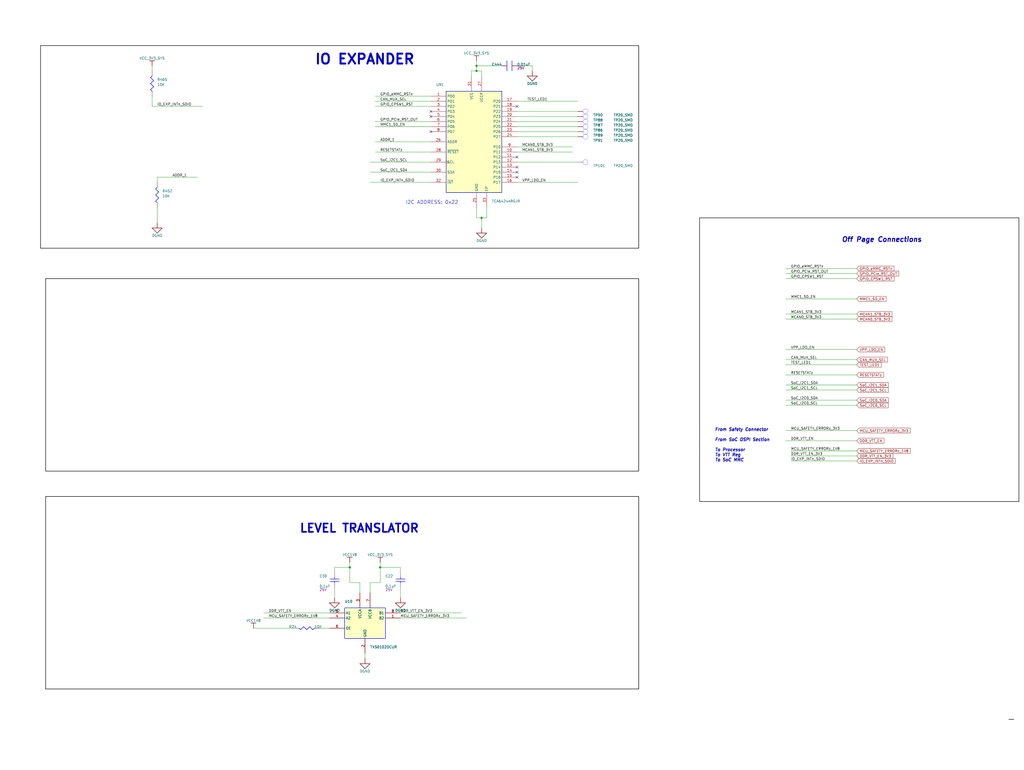
<source format=kicad_sch>
(kicad_sch (version 20231120) (generator "eeschema") (generator_version "8.0")
  (paper "User" 513.08 386.08)
  (lib_symbols
    (symbol "33-altium-import:DGND_SIGNAL_GROUND" (power)
      (property "Reference" "#PWR" (at 0 0 0))
      (property "Value" "DGND" (at 0 6.35 0))
      (symbol "DGND_SIGNAL_GROUND_0_0"
        (polyline (pts (xy 0 0) (xy 0 -2.54)) (stroke (width 0.254)))
        (polyline (pts (xy -2.54 -2.54) (xy 2.54 -2.54) (xy 0 -5.08) (xy -2.54 -2.54)) (stroke (width 0.254)))
        (pin power_in line (at 0 0 0) (length 0) hide (name "DGND") (number ""))
      )
    )
    (symbol "33-altium-import:VCC1V8_BAR" (power)
      (property "Reference" "#PWR" (at 0 0 0))
      (property "Value" "VCC1V8" (at 0 3.81 0))
      (symbol "VCC1V8_BAR_0_0"
        (polyline (pts (xy -1.27 -2.54) (xy 1.27 -2.54)) (stroke (width 0.254)))
        (polyline (pts (xy 0 0) (xy 0 -2.54)) (stroke (width 0.254)))
        (pin power_in line (at 0 0 0) (length 0) hide (name "VCC1V8") (number ""))
      )
    )
    (symbol "33-altium-import:VCC_3V3_SYS_BAR" (power)
      (property "Reference" "#PWR" (at 0 0 0))
      (property "Value" "VCC_3V3_SYS" (at 0 3.81 0))
      (symbol "VCC_3V3_SYS_BAR_0_0"
        (polyline (pts (xy -1.27 -2.54) (xy 1.27 -2.54)) (stroke (width 0.254)))
        (polyline (pts (xy 0 0) (xy 0 -2.54)) (stroke (width 0.254)))
        (pin power_in line (at 0 0 0) (length 0) hide (name "VCC_3V3_SYS") (number ""))
      )
    )
    (symbol "33-altium-import:root_0_TCA6424ARGJR_QFN32"
      (symbol "root_0_TCA6424ARGJR_QFN32_1_0"
        (rectangle (start 27.94 0) (end 0 -50.8) (stroke (width 0.254) (color 0 11 255 1)) (fill (type background)))
        (pin bidirectional line (at -7.62 -2.54 0) (length 7.62) (name "P00") (number "1"))
        (pin bidirectional line (at 35.56 -30.48 180) (length 7.62) (name "P11") (number "10"))
        (pin bidirectional line (at 35.56 -33.02 180) (length 7.62) (name "P12") (number "11"))
        (pin bidirectional line (at 35.56 -35.56 180) (length 7.62) (name "P13") (number "12"))
        (pin bidirectional line (at 35.56 -38.1 180) (length 7.62) (name "P14") (number "13"))
        (pin bidirectional line (at 35.56 -40.64 180) (length 7.62) (name "P15") (number "14"))
        (pin bidirectional line (at 35.56 -43.18 180) (length 7.62) (name "P16") (number "15"))
        (pin bidirectional line (at 35.56 -45.72 180) (length 7.62) (name "P17") (number "16"))
        (pin bidirectional line (at 35.56 -5.08 180) (length 7.62) (name "P20") (number "17"))
        (pin bidirectional line (at 35.56 -7.62 180) (length 7.62) (name "P21") (number "18"))
        (pin bidirectional line (at 35.56 -10.16 180) (length 7.62) (name "P22") (number "19"))
        (pin bidirectional line (at -7.62 -5.08 0) (length 7.62) (name "P01") (number "2"))
        (pin bidirectional line (at 35.56 -12.7 180) (length 7.62) (name "P23") (number "20"))
        (pin bidirectional line (at 35.56 -15.24 180) (length 7.62) (name "P24") (number "21"))
        (pin bidirectional line (at 35.56 -17.78 180) (length 7.62) (name "P25") (number "22"))
        (pin bidirectional line (at 35.56 -20.32 180) (length 7.62) (name "P26") (number "23"))
        (pin bidirectional line (at 35.56 -22.86 180) (length 7.62) (name "P27") (number "24"))
        (pin power_in line (at 15.24 -58.42 90) (length 7.62) (name "GND") (number "25"))
        (pin bidirectional line (at -7.62 -25.4 0) (length 7.62) (name "ADDR") (number "26"))
        (pin power_in line (at 17.78 7.62 270) (length 7.62) (name "VCCP") (number "27"))
        (pin input line (at -7.62 -30.48 0) (length 7.62) (name "~{RESET}") (number "28"))
        (pin input clock (at -7.62 -35.56 0) (length 7.62) (name "SCL") (number "29"))
        (pin bidirectional line (at -7.62 -7.62 0) (length 7.62) (name "P02") (number "3"))
        (pin bidirectional line (at -7.62 -40.64 0) (length 7.62) (name "SDA") (number "30"))
        (pin power_in line (at 12.7 7.62 270) (length 7.62) (name "VCC") (number "31"))
        (pin input line (at -7.62 -45.72 0) (length 7.62) (name "~{INT}") (number "32"))
        (pin power_in line (at 20.32 -58.42 90) (length 7.62) (name "EP") (number "33"))
        (pin bidirectional line (at -7.62 -10.16 0) (length 7.62) (name "P03") (number "4"))
        (pin bidirectional line (at -7.62 -12.7 0) (length 7.62) (name "P04") (number "5"))
        (pin bidirectional line (at -7.62 -15.24 0) (length 7.62) (name "P05") (number "6"))
        (pin bidirectional line (at -7.62 -17.78 0) (length 7.62) (name "P06") (number "7"))
        (pin bidirectional line (at -7.62 -20.32 0) (length 7.62) (name "P07") (number "8"))
        (pin bidirectional line (at 35.56 -27.94 180) (length 7.62) (name "P10") (number "9"))
      )
    )
    (symbol "33-altium-import:root_0_TXS0102DCUR_VSSOP8"
      (symbol "root_0_TXS0102DCUR_VSSOP8_1_0"
        (rectangle (start 20.32 0) (end 0 -15.24) (stroke (width 0.254) (color 0 11 255 1)) (fill (type background)))
        (pin bidirectional line (at 27.94 -5.08 180) (length 7.62) (name "B2") (number "1"))
        (pin power_in line (at 10.16 -22.86 90) (length 7.62) (name "GND") (number "2"))
        (pin power_in line (at 7.62 7.62 270) (length 7.62) (name "VCCA") (number "3"))
        (pin bidirectional line (at -7.62 -5.08 0) (length 7.62) (name "A2") (number "4"))
        (pin bidirectional line (at -7.62 -2.54 0) (length 7.62) (name "A1") (number "5"))
        (pin input line (at -7.62 -10.16 0) (length 7.62) (name "OE") (number "6"))
        (pin power_in line (at 12.7 7.62 270) (length 7.62) (name "VCCB") (number "7"))
        (pin bidirectional line (at 27.94 -2.54 180) (length 7.62) (name "B1") (number "8"))
      )
    )
    (symbol "33-altium-import:root_0_mirrored_TESTPOINT"
      (symbol "root_0_mirrored_TESTPOINT_1_0"
        (circle (center -1.27 -2.54) (radius 1.27) (stroke (width 0.0254) (color 0 11 255 1)))
        (pin passive line (at -5.08 -2.54 0) (length 2.54) (name "TP") (number "1"))
      )
    )
    (symbol "33-altium-import:root_2_CAP_Dup3"
      (symbol "root_2_CAP_Dup3_1_0"
        (polyline (pts (xy -2.54 0) (xy -2.54 0.508)) (stroke (width 0.254) (color 0 11 255 1)))
        (polyline (pts (xy -2.54 2.54) (xy -2.54 1.778)) (stroke (width 0.254) (color 0 11 255 1)))
        (polyline (pts (xy -0.254 0.508) (xy -4.826 0.508)) (stroke (width 0.254) (color 0 11 255 1)))
        (polyline (pts (xy -0.254 1.778) (xy -4.826 1.778)) (stroke (width 0.254) (color 0 11 255 1)))
        (pin passive line (at -2.54 -2.54 90) (length 2.54) (name "1") (number "1"))
        (pin passive line (at -2.54 5.08 270) (length 2.54) (name "2") (number "2"))
      )
    )
    (symbol "33-altium-import:root_2_RESISTOR_Dup6"
      (symbol "root_2_RESISTOR_Dup6_1_0"
        (polyline (pts (xy -3.302 0.762) (xy -1.778 2.286)) (stroke (width 0.254) (color 0 11 255 1)))
        (polyline (pts (xy -3.302 3.81) (xy -1.778 5.334)) (stroke (width 0.254) (color 0 11 255 1)))
        (polyline (pts (xy -3.302 6.858) (xy -2.54 7.62)) (stroke (width 0.254) (color 0 11 255 1)))
        (polyline (pts (xy -2.54 0) (xy -3.302 0.762)) (stroke (width 0.254) (color 0 11 255 1)))
        (polyline (pts (xy -1.778 2.286) (xy -3.302 3.81)) (stroke (width 0.254) (color 0 11 255 1)))
        (polyline (pts (xy -1.778 5.334) (xy -3.302 6.858)) (stroke (width 0.254) (color 0 11 255 1)))
        (pin passive line (at -2.54 -2.54 90) (length 2.54) (name "1") (number "1"))
        (pin passive line (at -2.54 10.16 270) (length 2.54) (name "2") (number "2"))
      )
    )
    (symbol "33-altium-import:root_3_CAP_Dup2"
      (symbol "root_3_CAP_Dup2_1_0"
        (polyline (pts (xy -2.54 0) (xy -2.54 -5.08)) (stroke (width 0.254) (color 0 11 255 1)))
        (polyline (pts (xy 0 0) (xy 0 -5.08)) (stroke (width 0.254) (color 0 11 255 1)))
        (pin passive line (at 2.54 -2.54 180) (length 2.54) (name "1") (number "1"))
        (pin passive line (at -5.08 -2.54 0) (length 2.54) (name "2") (number "2"))
      )
    )
    (symbol "33-altium-import:root_3_RESISTOR_Dup6"
      (symbol "root_3_RESISTOR_Dup6_1_0"
        (polyline (pts (xy -6.858 -3.302) (xy -7.62 -2.54)) (stroke (width 0.254) (color 0 11 255 1)))
        (polyline (pts (xy -5.334 -1.778) (xy -6.858 -3.302)) (stroke (width 0.254) (color 0 11 255 1)))
        (polyline (pts (xy -3.81 -3.302) (xy -5.334 -1.778)) (stroke (width 0.254) (color 0 11 255 1)))
        (polyline (pts (xy -2.286 -1.778) (xy -3.81 -3.302)) (stroke (width 0.254) (color 0 11 255 1)))
        (polyline (pts (xy -0.762 -3.302) (xy -2.286 -1.778)) (stroke (width 0.254) (color 0 11 255 1)))
        (polyline (pts (xy 0 -2.54) (xy -0.762 -3.302)) (stroke (width 0.254) (color 0 11 255 1)))
        (pin passive line (at 2.54 -2.54 180) (length 2.54) (name "1") (number "1"))
        (pin passive line (at -10.16 -2.54 0) (length 2.54) (name "2") (number "2"))
      )
    )
  )
  (junction (at 241.3 109.22))
  (junction (at 175.26 284.48))
  (junction (at 238.76 35.56))
  (junction (at 190.5 284.48))
  (junction (at 238.76 33.02))
  (no_connect (at 259.08 88.9))
  (no_connect (at 259.08 53.34))
  (no_connect (at 215.9 58.42))
  (no_connect (at 215.9 55.88))
  (no_connect (at 259.08 86.36))
  (no_connect (at 259.08 78.74))
  (no_connect (at 215.9 66.04))
  (no_connect (at 259.08 83.82))
  (wire (pts (xy 185.42 297.18) (xy 185.42 292.1)))
  (wire (pts (xy 78.74 88.9) (xy 99.06 88.9)))
  (wire (pts (xy 259.08 66.04) (xy 289.56 66.04)))
  (wire (pts (xy 429.26 139.7) (xy 393.7 139.7)))
  (wire (pts (xy 78.74 111.76) (xy 78.74 104.14)))
  (wire (pts (xy 236.22 38.1) (xy 236.22 35.56)))
  (wire (pts (xy 243.84 109.22) (xy 241.3 109.22)))
  (wire (pts (xy 101.6 53.34) (xy 76.2 53.34)))
  (wire (pts (xy 165.1 307.34) (xy 132.08 307.34)))
  (wire (pts (xy 190.5 292.1) (xy 190.5 284.48)))
  (wire (pts (xy 190.5 284.48) (xy 190.5 281.94)))
  (wire (pts (xy 182.88 330.2) (xy 182.88 327.66)))
  (wire (pts (xy 200.66 287.02) (xy 200.66 284.48)))
  (wire (pts (xy 429.26 228.6) (xy 396.24 228.6)))
  (wire (pts (xy 429.26 182.88) (xy 393.7 182.88)))
  (wire (pts (xy 429.26 160.02) (xy 393.7 160.02)))
  (wire (pts (xy 180.34 297.18) (xy 180.34 292.1)))
  (wire (pts (xy 241.3 109.22) (xy 238.76 109.22)))
  (wire (pts (xy 266.7 35.56) (xy 266.7 33.02)))
  (wire (pts (xy 259.08 58.42) (xy 289.56 58.42)))
  (wire (pts (xy 429.26 193.04) (xy 393.7 193.04)))
  (wire (pts (xy 429.26 149.86) (xy 393.7 149.86)))
  (wire (pts (xy 429.26 226.06) (xy 396.24 226.06)))
  (wire (pts (xy 167.64 299.72) (xy 167.64 294.64)))
  (wire (pts (xy 215.9 86.36) (xy 185.42 86.36)))
  (wire (pts (xy 429.26 134.62) (xy 393.7 134.62)))
  (wire (pts (xy 259.08 50.8) (xy 289.56 50.8)))
  (wire (pts (xy 165.1 314.96) (xy 160.02 314.96)))
  (wire (pts (xy 215.9 81.28) (xy 185.42 81.28)))
  (wire (pts (xy 429.26 157.48) (xy 393.7 157.48)))
  (wire (pts (xy 259.08 60.96) (xy 289.56 60.96)))
  (wire (pts (xy 251.46 33.02) (xy 238.76 33.02)))
  (wire (pts (xy 215.9 48.26) (xy 187.96 48.26)))
  (wire (pts (xy 180.34 292.1) (xy 175.26 292.1)))
  (wire (pts (xy 215.9 53.34) (xy 187.96 53.34)))
  (wire (pts (xy 429.26 175.26) (xy 393.7 175.26)))
  (wire (pts (xy 241.3 114.3) (xy 241.3 109.22)))
  (wire (pts (xy 200.66 299.72) (xy 200.66 294.64)))
  (wire (pts (xy 429.26 187.96) (xy 393.7 187.96)))
  (wire (pts (xy 429.26 231.14) (xy 396.24 231.14)))
  (wire (pts (xy 231.14 307.34) (xy 200.66 307.34)))
  (wire (pts (xy 215.9 91.44) (xy 185.42 91.44)))
  (wire (pts (xy 175.26 292.1) (xy 175.26 284.48)))
  (wire (pts (xy 429.26 215.9) (xy 393.7 215.9)))
  (wire (pts (xy 429.26 203.2) (xy 393.7 203.2)))
  (wire (pts (xy 147.32 314.96) (xy 127 314.96)))
  (wire (pts (xy 287.02 73.66) (xy 259.08 73.66)))
  (wire (pts (xy 259.08 55.88) (xy 289.56 55.88)))
  (wire (pts (xy 259.08 81.28) (xy 289.56 81.28)))
  (wire (pts (xy 429.26 220.98) (xy 393.7 220.98)))
  (wire (pts (xy 429.26 137.16) (xy 393.7 137.16)))
  (wire (pts (xy 429.26 200.66) (xy 393.7 200.66)))
  (wire (pts (xy 429.26 195.58) (xy 393.7 195.58)))
  (wire (pts (xy 233.68 309.88) (xy 200.66 309.88)))
  (wire (pts (xy 259.08 68.58) (xy 289.56 68.58)))
  (wire (pts (xy 215.9 50.8) (xy 187.96 50.8)))
  (wire (pts (xy 78.74 91.44) (xy 78.74 88.9)))
  (wire (pts (xy 165.1 309.88) (xy 132.08 309.88)))
  (wire (pts (xy 243.84 104.14) (xy 243.84 109.22)))
  (wire (pts (xy 175.26 284.48) (xy 175.26 281.94)))
  (wire (pts (xy 215.9 76.2) (xy 187.96 76.2)))
  (wire (pts (xy 76.2 53.34) (xy 76.2 48.26)))
  (wire (pts (xy 266.7 33.02) (xy 259.08 33.02)))
  (wire (pts (xy 215.9 71.12) (xy 187.96 71.12)))
  (wire (pts (xy 238.76 33.02) (xy 238.76 30.48)))
  (wire (pts (xy 238.76 35.56) (xy 238.76 33.02)))
  (wire (pts (xy 236.22 35.56) (xy 238.76 35.56)))
  (wire (pts (xy 241.3 35.56) (xy 241.3 38.1)))
  (wire (pts (xy 185.42 292.1) (xy 190.5 292.1)))
  (wire (pts (xy 287.02 76.2) (xy 259.08 76.2)))
  (wire (pts (xy 167.64 284.48) (xy 167.64 287.02)))
  (wire (pts (xy 289.56 91.44) (xy 259.08 91.44)))
  (wire (pts (xy 429.26 180.34) (xy 393.7 180.34)))
  (wire (pts (xy 187.96 60.96) (xy 215.9 60.96)))
  (wire (pts (xy 175.26 284.48) (xy 167.64 284.48)))
  (wire (pts (xy 76.2 35.56) (xy 76.2 33.02)))
  (wire (pts (xy 238.76 109.22) (xy 238.76 104.14)))
  (wire (pts (xy 215.9 63.5) (xy 187.96 63.5)))
  (wire (pts (xy 238.76 35.56) (xy 241.3 35.56)))
  (wire (pts (xy 200.66 284.48) (xy 190.5 284.48)))
  (wire (pts (xy 259.08 63.5) (xy 289.56 63.5)))
  (rectangle (start 320.04 248.92) (end 22.86 345.44) (stroke (width 0.254) (color 0 0 0 1)))
  (rectangle (start 320.04 139.7) (end 22.86 236.22) (stroke (width 0.254) (color 0 0 0 1)))
  (rectangle (start 320.04 22.86) (end 20.32 124.46) (stroke (width 0.254) (color 0 0 0 1)))
  (rectangle (start 510.54 109.22) (end 350.52 251.46) (stroke (width 0.254) (color 0 0 0 1)))
  (rectangle (start 508 360.68) (end 505.46 360.68) (stroke (width 0.254) (color 0 0 0 1)))
  (text "LEVEL TRANSLATOR" (at 149.86 267.462 0) (effects (font (size 4.191 4.191) (bold yes)) (justify left bottom)))
  (text "IO EXPANDER" (at 157.48 32.766 0) (effects (font (size 4.953 4.953) (bold yes)) (justify left bottom)))
  (text "From Safety Connector" (at 358.14 216.408 0) (effects (font (size 1.524 1.524) (bold yes) (italic yes)) (justify left bottom)))
  (text "From SoC OSPI Section" (at 358.14 221.488 0) (effects (font (size 1.524 1.524) (bold yes) (italic yes)) (justify left bottom)))
  (text "To SoC MMC" (at 358.14 231.648 0) (effects (font (size 1.524 1.524) (bold yes) (italic yes)) (justify left bottom)))
  (text "Off Page Connections" (at 421.64 121.666 0) (effects (font (size 2.413 2.413) (bold yes) (italic yes)) (justify left bottom)))
  (text "I2C ADDRESS: 0x22" (at 203.2 102.616 0) (effects (font (size 1.778 1.778)) (justify left bottom)))
  (text "To Processor" (at 358.14 226.568 0) (effects (font (size 1.524 1.524) (bold yes) (italic yes)) (justify left bottom)))
  (text "To VTT Reg" (at 358.14 229.108 0) (effects (font (size 1.524 1.524) (bold yes) (italic yes)) (justify left bottom)))
  (label "CAN_MUX_SEL" (at 190.5 50.8 0))
  (label "GPIO_eMMC_RSTn" (at 190.5 48.26 0))
  (label "SoC_I2C1_SDA" (at 396.24 193.04 0))
  (label "IO_EXP_INTn_SDIO" (at 190.5 91.44 0))
  (label "MMC1_SD_EN" (at 396.24 149.86 0))
  (label "DDR_VTT_EN" (at 134.62 307.34 0))
  (label "ADDR_1" (at 190.5 71.12 0))
  (label "MCU_SAFETY_ERRORz_1V8" (at 396.24 226.06 0))
  (label "RESETSTATz" (at 190.5 76.2 0))
  (label "MMC1_SD_EN" (at 190.5 63.5 0))
  (label "SoC_I2C0_SDA" (at 396.24 200.66 0))
  (label "MCU_SAFETY_ERRORz_1V8" (at 134.62 309.88 0))
  (label "TEST_LED1" (at 264.16 50.8 0))
  (label "MCU_SAFETY_ERRORz_3V3" (at 396.24 215.9 0))
  (label "MCAN0_STB_3V3" (at 261.62 73.66 0))
  (label "GPIO_eMMC_RSTn" (at 396.24 134.62 0))
  (label "MCU_SAFETY_ERRORz_3V3" (at 200.66 309.88 0))
  (label "MCAN0_STB_3V3" (at 396.24 160.02 0))
  (label "GPIO_PCIe_RST_OUT" (at 190.5 60.96 0))
  (label "DDR_VTT_EN_3V3" (at 396.24 228.6 0))
  (label "RESETSTATz" (at 396.24 187.96 0))
  (label "SoC_I2C1_SCL" (at 396.24 195.58 0))
  (label "IO_EXP_INTn_SDIO" (at 396.24 231.14 0))
  (label "TEST_LED1" (at 396.24 182.88 0))
  (label "ADDR_1" (at 86.36 88.9 0))
  (label "SoC_I2C0_SCL" (at 396.24 203.2 0))
  (label "MCAN1_STB_3V3" (at 261.62 76.2 0))
  (label "DDR_VTT_EN_3V3" (at 200.66 307.34 0))
  (label "CAN_MUX_SEL" (at 396.24 180.34 0))
  (label "DDR_VTT_EN" (at 396.24 220.98 0))
  (label "IO_EXP_INTn_SDIO" (at 78.74 53.34 0))
  (label "SoC_I2C1_SCL" (at 190.5 81.28 0))
  (label "MCAN1_STB_3V3" (at 396.24 157.48 0))
  (label "VPP_LDO_EN" (at 396.24 175.26 0))
  (label "SoC_I2C1_SDA" (at 190.5 86.36 0))
  (label "GPIO_PCIe_RST_OUT" (at 396.24 137.16 0))
  (label "GPIO_CPSW1_RST" (at 396.24 139.7 0))
  (label "VPP_LDO_EN" (at 261.62 91.44 0))
  (label "GPIO_CPSW1_RST" (at 190.5 53.34 0))
  (global_label "CAN_MUX_SEL" (shape input) (at 429.26 180.34 0) (property "Intersheetrefs" "${INTERSHEET_REFS}" (effects (hide yes))))
  (global_label "MCAN0_STB_3V3" (shape input) (at 429.26 160.02 0) (property "Intersheetrefs" "${INTERSHEET_REFS}" (effects (hide yes))))
  (global_label "GPIO_CPSW1_RST" (shape input) (at 429.26 139.7 0) (property "Intersheetrefs" "${INTERSHEET_REFS}" (effects (hide yes))))
  (global_label "RESETSTATz" (shape input) (at 429.26 187.96 0) (property "Intersheetrefs" "${INTERSHEET_REFS}" (effects (hide yes))))
  (global_label "SoC_I2C0_SCL" (shape input) (at 429.26 203.2 0) (property "Intersheetrefs" "${INTERSHEET_REFS}" (effects (hide yes))))
  (global_label "VPP_LDO_EN" (shape input) (at 429.26 175.26 0) (property "Intersheetrefs" "${INTERSHEET_REFS}" (effects (hide yes))))
  (global_label "GPIO_PCIe_RST_OUT" (shape input) (at 429.26 137.16 0) (property "Intersheetrefs" "${INTERSHEET_REFS}" (effects (hide yes))))
  (global_label "SoC_I2C1_SDA" (shape input) (at 429.26 193.04 0) (property "Intersheetrefs" "${INTERSHEET_REFS}" (effects (hide yes))))
  (global_label "MMC1_SD_EN" (shape input) (at 429.26 149.86 0) (property "Intersheetrefs" "${INTERSHEET_REFS}" (effects (hide yes))))
  (global_label "IO_EXP_INTn_SDIO" (shape input) (at 429.26 231.14 0) (property "Intersheetrefs" "${INTERSHEET_REFS}" (effects (hide yes))))
  (global_label "SoC_I2C1_SCL" (shape input) (at 429.26 195.58 0) (property "Intersheetrefs" "${INTERSHEET_REFS}" (effects (hide yes))))
  (global_label "MCAN1_STB_3V3" (shape input) (at 429.26 157.48 0) (property "Intersheetrefs" "${INTERSHEET_REFS}" (effects (hide yes))))
  (global_label "GPIO_eMMC_RSTn" (shape input) (at 429.26 134.62 0) (property "Intersheetrefs" "${INTERSHEET_REFS}" (effects (hide yes))))
  (global_label "TEST_LED1" (shape input) (at 429.26 182.88 0) (property "Intersheetrefs" "${INTERSHEET_REFS}" (effects (hide yes))))
  (global_label "SoC_I2C0_SDA" (shape input) (at 429.26 200.66 0) (property "Intersheetrefs" "${INTERSHEET_REFS}" (effects (hide yes))))
  (global_label "MCU_SAFETY_ERRORz_3V3" (shape input) (at 429.26 215.9 0) (property "Intersheetrefs" "${INTERSHEET_REFS}" (effects (hide yes))))
  (global_label "DDR_VTT_EN_3V3" (shape input) (at 429.26 228.6 0) (property "Intersheetrefs" "${INTERSHEET_REFS}" (effects (hide yes))))
  (global_label "DDR_VTT_EN" (shape input) (at 429.26 220.98 0) (property "Intersheetrefs" "${INTERSHEET_REFS}" (effects (hide yes))))
  (global_label "MCU_SAFETY_ERRORz_1V8" (shape input) (at 429.26 226.06 0) (property "Intersheetrefs" "${INTERSHEET_REFS}" (effects (hide yes))))
  (symbol (lib_id "33-altium-import:root_0_TXS0102DCUR_VSSOP8") (at 172.72 304.8 0) (unit 1)
    (property "Reference" "U10" (at 172.72 302.26 0) (effects (justify left bottom)))
    (property "Value" "TXS0102DCUR" (at 185.42 325.12 0) (effects (justify left bottom)))
    (property "Footprint" "VSSOP8_19-68_85X95_0-9" (effects (hide yes)))
    (property "Description" "IC 2BIT BI-DIR VOLTAGE-LEVEL TRANSLATOR US8(VSSOP8)" (effects (hide yes)))
    (property "PCB FOOTPRINT" "VSSOP8_19-68_85X95_0-9" (effects (hide yes)))
    (property "FOOTPRINT REF" "VSSOP8_19-68_85X95_0-9" (effects (hide yes)))
    (property "LIBRARY REF" "TXS0102DCUR_VSSOP8" (effects (hide yes)))
    (property "MISTRAL PART NO" "141009030376-R" (effects (hide yes)))
    (property "PROJECT" "SD_WATERLOO" (effects (hide yes)))
    (property "MFR_NAME" "TEXAS INSTRUMENTS" (effects (hide yes)))
    (property "MFR_PART_NUMBER" "TXS0102DCUR" (effects (hide yes)))
    (property "PART_TYPE" "IC~{S}INTERFAC~{E}LEVEL TRANSLATOR" (effects (hide yes)))
    (property "TOLERANCE" "NA" (effects (hide yes)))
    (property "VOLTAGE" "NA" (effects (hide yes)))
    (property "WATTAGE" "NA" (effects (hide yes)))
    (property "PACKAGE" "US8" (effects (hide yes)))
    (property "DISTRIBUTOR_NAME" "DIGIKEY" (effects (hide yes)))
    (property "DISTRIBUTOR_PART_NUMBER" "296-21931-1-ND" (effects (hide yes)))
    (property "HEIGHT" "0.90MM" (effects (hide yes)))
    (property "WEIGHT" "9.6mg" (effects (hide yes)))
    (property "TEMPERATURE" "-40癈+85癈" (effects (hide yes)))
    (property "DATASHEET" "Y~{:}MIS_DATABAS~{E}DATASHEET~{S}IC~{S}INTERFAC~{E}TXS0102.PDF" (effects (hide yes)))
    (property "CRTD /DATE" "SHREESHAIL/190108" (effects (hide yes)))
    (property "CHKD/DATE" "MANIRAJA/130617" (effects (hide yes)))
    (property "CUSTOMS_HS_CODE" "85423100" (effects (hide yes)))
    (property "CUSTOM_DUTY" "15%" (effects (hide yes)))
    (property "MECHANICAL 3D STEP FILE" "VSSOP8_19-68_85X95_0-9" (effects (hide yes)))
    (property "LIBRARY PATH" "Y~{:}MIS_DATABAS~{E}Librar~{y}ALTIUM_TOO~{L}SCHEMATICS_PART~{S}MS_MISCINTERFACE_Library.schlib" (effects (hide yes)))
    (property "FOOTPRINT PATH" "Y~{:}MIS_DATABAS~{E}Librar~{y}ALTIUM_TOO~{L}PCB_FOOTPRINT~{S}Altium_Footprint_Lib.PcbLib" (effects (hide yes)))
  )
  (symbol (lib_id "33-altium-import:VCC_3V3_SYS_BAR") (at 190.5 281.94 180) (unit 1)
    (property "Reference" "#PWR?" (effects (hide yes)))
    (property "Value" "VCC_3V3_SYS" (at 190.5 278.13 0))
  )
  (symbol (lib_id "33-altium-import:DGND_SIGNAL_GROUND") (at 167.64 299.72 0) (unit 1)
    (property "Reference" "#PWR?" (effects (hide yes)))
    (property "Value" "DGND" (at 167.64 306.07 0))
  )
  (symbol (lib_id "33-altium-import:root_2_CAP_Dup3") (at 170.18 292.1 0) (unit 1)
    (property "Reference" "C30" (at 160.02 289.56 0) (effects (justify left bottom)))
    (property "Value" "0.1uF" (at 160.02 294.64 0) (effects (justify left bottom)))
    (property "Footprint" "CAP0402_0-75" (effects (hide yes)))
    (property "Description" "CAP CERAMIC 0.1uF 25V 20% X5R 0402" (effects (hide yes)))
    (property "PCB FOOTPRINT" "CAP0402_0-75" (effects (hide yes)))
    (property "ALT_MFR_NAME" "YAGEO AMERICA" (effects (hide yes)))
    (property "FOOTPRINT PATH" "Y~{:}MIS_DATABAS~{E}Librar~{y}ALTIUM_TOO~{L}PCB_FOOTPRINT~{S}Altium_Footprint_Lib.PcbLib" (effects (hide yes)))
    (property "LIBRARY PATH" "Y~{:}MIS_DATABAS~{E}Librar~{y}ALTIUM_TOO~{L}SCHEMATICS_PART~{S}MS_DISCRETE_Library.schlib" (effects (hide yes)))
    (property "FOOTPRINT REF" "CAP0402_0-75" (effects (hide yes)))
    (property "LIBRARY REF" "CAP" (effects (hide yes)))
    (property "MECHANICAL 3D STEP FILE" "CAP0402_0-75" (effects (hide yes)))
    (property "CUSTOM_DUTY" "15%" (effects (hide yes)))
    (property "CUSTOMS_HS_CODE" "85322990" (effects (hide yes)))
    (property "CHKD/DATE" "MANIRAJA/170820" (effects (hide yes)))
    (property "CRTD /DATE" "ALVY/170820" (effects (hide yes)))
    (property "DATASHEET" "Y~{:}MIS_DATABAS~{E}DATASHEET~{S}CAPACITOR~{S}885012105018.PDF" (effects (hide yes)))
    (property "TEMPERATURE" "-55癈+85癈" (effects (hide yes)))
    (property "WEIGHT" "0.65mg" (effects (hide yes)))
    (property "HEIGHT" "0.55MM" (effects (hide yes)))
    (property "DISTRIBUTOR_PART_NUMBER" "732-7495-1-ND" (effects (hide yes)))
    (property "DISTRIBUTOR_NAME" "DIGIKEY" (effects (hide yes)))
    (property "PACKAGE" "0402" (effects (hide yes)))
    (property "WATTAGE" "NA" (effects (hide yes)))
    (property "VOLTAGE" "25V" (at 160.02 296.418 0) (effects (justify left bottom)))
    (property "TOLERANCE" "20%" (effects (hide yes)))
    (property "PART_TYPE" "CAPACITOR~{S}CERAMIC" (effects (hide yes)))
    (property "MFR_PART_NUMBER" "885012105018" (effects (hide yes)))
    (property "MFR_NAME" "WURTH ELECTRONICS" (effects (hide yes)))
    (property "PROJECT" "AM64x_EVM_BRD" (effects (hide yes)))
    (property "MISTRAL PART NO" "120020080003-R" (effects (hide yes)))
    (property "ALT_MFR_PART_NUMBER" "CC0402KRX5R8BB104" (effects (hide yes)))
  )
  (symbol (lib_id "33-altium-import:DGND_SIGNAL_GROUND") (at 241.3 114.3 0) (unit 1)
    (property "Reference" "#PWR?" (effects (hide yes)))
    (property "Value" "DGND" (at 241.3 120.65 0))
  )
  (symbol (lib_id "33-altium-import:root_2_RESISTOR_Dup6") (at 78.74 45.72 0) (unit 1)
    (property "Reference" "R465" (at 78.74 40.64 0) (effects (justify left bottom)))
    (property "Value" "10K" (at 78.74 43.18 0) (effects (justify left bottom)))
    (property "Footprint" "RES0402_0-5" (effects (hide yes)))
    (property "Description" "RES 10K 1/16W 5% 0402" (effects (hide yes)))
    (property "PCB FOOTPRINT" "RES0402_0-5" (effects (hide yes)))
    (property "FOOTPRINT PATH" "Y~{:}MIS_DATABAS~{E}Librar~{y}ALTIUM_TOO~{L}PCB_FOOTPRINT~{S}Altium_Footprint_Lib.PcbLib" (effects (hide yes)))
    (property "LIBRARY PATH" "Y~{:}MIS_DATABAS~{E}Librar~{y}ALTIUM_TOO~{L}SCHEMATICS_PART~{S}MS_DISCRETE_Library.schlib" (effects (hide yes)))
    (property "FOOTPRINT REF" "RES0402_0-5" (effects (hide yes)))
    (property "LIBRARY REF" "RESISTOR" (effects (hide yes)))
    (property "MISTRAL PART NO" "110011060021-R" (effects (hide yes)))
    (property "PROJECT" "HSE" (effects (hide yes)))
    (property "MFR_NAME" "YAGEO AMERICA" (effects (hide yes)))
    (property "MFR_PART_NUMBER" "RC0402JR-0710KL" (effects (hide yes)))
    (property "PART_TYPE" "RESISTOR~{S}FIXED" (effects (hide yes)))
    (property "TOLERANCE" "5%" (effects (hide yes)))
    (property "VOLTAGE" "NA" (effects (hide yes)))
    (property "WATTAGE" "1/16W" (effects (hide yes)))
    (property "PACKAGE" "0402" (effects (hide yes)))
    (property "DISTRIBUTOR_NAME" "DIGIKEY" (effects (hide yes)))
    (property "DISTRIBUTOR_PART_NUMBER" "311-10KJRCT-ND" (effects (hide yes)))
    (property "HEIGHT" "0.40MM" (effects (hide yes)))
    (property "WEIGHT" "0.65mg" (effects (hide yes)))
    (property "TEMPERATURE" "-55癈+155癈" (effects (hide yes)))
    (property "DATASHEET" "Y~{:}MIS_DATABAS~{E}DATASHEET~{S}RESISTOR~{S}RCXXXXL-SER_MAR18.PDF" (effects (hide yes)))
    (property "CRTD /DATE" "MAZHAR/230805" (effects (hide yes)))
    (property "CHKD/DATE" "VASANTHA/061216" (effects (hide yes)))
    (property "CUSTOMS_HS_CODE" "85332119" (effects (hide yes)))
    (property "CUSTOM_DUTY" "15%" (effects (hide yes)))
    (property "MECHANICAL 3D STEP FILE" "RES0402_0-5" (effects (hide yes)))
  )
  (symbol (lib_id "33-altium-import:DGND_SIGNAL_GROUND") (at 266.7 35.56 0) (unit 1)
    (property "Reference" "#PWR?" (effects (hide yes)))
    (property "Value" "DGND" (at 266.7 41.91 0))
  )
  (symbol (lib_id "33-altium-import:DGND_SIGNAL_GROUND") (at 182.88 330.2 0) (unit 1)
    (property "Reference" "#PWR?" (effects (hide yes)))
    (property "Value" "DGND" (at 182.88 336.55 0))
  )
  (symbol (lib_id "33-altium-import:VCC_3V3_SYS_BAR") (at 238.76 30.48 180) (unit 1)
    (property "Reference" "#PWR?" (effects (hide yes)))
    (property "Value" "VCC_3V3_SYS" (at 238.76 26.67 0))
  )
  (symbol (lib_id "33-altium-import:root_0_mirrored_TESTPOINT") (at 294.64 53.34 0) (unit 1)
    (property "Reference" "TP90" (at 297.18 58.42 0) (effects (justify left bottom)))
    (property "Value" "TP20_SMD" (at 307.34 58.42 0) (effects (justify left bottom)))
    (property "Footprint" "TP20_SMD" (effects (hide yes)))
    (property "Description" "TESTPOINT CIR 20 SMD" (effects (hide yes)))
    (property "CUSTOM_DUTY" "NA" (effects (hide yes)))
    (property "CUSTOMS_HS_CODE" "NA" (effects (hide yes)))
    (property "PCB FOOTPRINT" "TP20_SMD" (effects (hide yes)))
    (property "ROHS" "NA" (effects (hide yes)))
    (property "FOOTPRINT REF" "TP20_SMD" (effects (hide yes)))
    (property "LIBRARY REF" "TESTPOINT" (effects (hide yes)))
    (property "FOOTPRINT PATH" "Y~{:}MIS_DATABAS~{E}Librar~{y}ALTIUM_TOO~{L}PCB_FOOTPRINT~{S}Altium_Footprint_Lib.PcbLib" (effects (hide yes)))
    (property "LIBRARY PATH" "Y~{:}MIS_DATABAS~{E}Librar~{y}ALTIUM_TOO~{L}SCHEMATICS_PART~{S}MS_DISCRETE_Library.schlib" (effects (hide yes)))
    (property "MECHANICAL 3D STEP FILE" "NA" (effects (hide yes)))
    (property "DATASHEET" "NA" (effects (hide yes)))
    (property "TEMPERATURE" "NA" (effects (hide yes)))
    (property "WEIGHT" "NA" (effects (hide yes)))
    (property "WATTAGE" "NA" (effects (hide yes)))
    (property "VOLTAGE" "NA" (effects (hide yes)))
    (property "TOLERANCE" "NA" (effects (hide yes)))
    (property "CHKD/DATE" "SHREESHAIL/171006" (effects (hide yes)))
    (property "CRTD /DATE" "MAZHAR/171006" (effects (hide yes)))
    (property "HEIGHT" "NA" (effects (hide yes)))
    (property "DISTRIBUTOR_PART_NUMBER" "NA" (effects (hide yes)))
    (property "DISTRIBUTOR_NAME" "NA" (effects (hide yes)))
    (property "PACKAGE" "SMD" (effects (hide yes)))
    (property "PART_TYPE" "TESTPOINT" (effects (hide yes)))
    (property "MFR_PART_NUMBER" "TP20_SMD" (effects (hide yes)))
    (property "MFR_NAME" "LOCAL" (effects (hide yes)))
    (property "PROJECT" "BT MODULE_CSRBC04" (effects (hide yes)))
    (property "MISTRAL PART NO" "NA" (effects (hide yes)))
  )
  (symbol (lib_id "33-altium-import:root_0_mirrored_TESTPOINT") (at 294.64 78.74 0) (unit 1)
    (property "Reference" "TP101" (at 297.18 83.82 0) (effects (justify left bottom)))
    (property "Value" "TP20_SMD" (at 307.34 83.82 0) (effects (justify left bottom)))
    (property "Footprint" "TP20_SMD" (effects (hide yes)))
    (property "Description" "TESTPOINT CIR 20 SMD" (effects (hide yes)))
    (property "MISTRAL PART NO" "NA" (effects (hide yes)))
    (property "PROJECT" "BT MODULE_CSRBC04" (effects (hide yes)))
    (property "MFR_NAME" "LOCAL" (effects (hide yes)))
    (property "MFR_PART_NUMBER" "TP20_SMD" (effects (hide yes)))
    (property "PART_TYPE" "TESTPOINT" (effects (hide yes)))
    (property "PACKAGE" "SMD" (effects (hide yes)))
    (property "DISTRIBUTOR_NAME" "NA" (effects (hide yes)))
    (property "DISTRIBUTOR_PART_NUMBER" "NA" (effects (hide yes)))
    (property "HEIGHT" "NA" (effects (hide yes)))
    (property "CRTD /DATE" "MAZHAR/171006" (effects (hide yes)))
    (property "CHKD/DATE" "SHREESHAIL/171006" (effects (hide yes)))
    (property "TOLERANCE" "NA" (effects (hide yes)))
    (property "VOLTAGE" "NA" (effects (hide yes)))
    (property "WATTAGE" "NA" (effects (hide yes)))
    (property "WEIGHT" "NA" (effects (hide yes)))
    (property "TEMPERATURE" "NA" (effects (hide yes)))
    (property "DATASHEET" "NA" (effects (hide yes)))
    (property "MECHANICAL 3D STEP FILE" "NA" (effects (hide yes)))
    (property "LIBRARY PATH" "Y~{:}MIS_DATABAS~{E}Librar~{y}ALTIUM_TOO~{L}SCHEMATICS_PART~{S}MS_DISCRETE_Library.schlib" (effects (hide yes)))
    (property "FOOTPRINT PATH" "Y~{:}MIS_DATABAS~{E}Librar~{y}ALTIUM_TOO~{L}PCB_FOOTPRINT~{S}Altium_Footprint_Lib.PcbLib" (effects (hide yes)))
    (property "LIBRARY REF" "TESTPOINT" (effects (hide yes)))
    (property "FOOTPRINT REF" "TP20_SMD" (effects (hide yes)))
    (property "ROHS" "NA" (effects (hide yes)))
    (property "CUSTOMS_HS_CODE" "NA" (effects (hide yes)))
    (property "CUSTOM_DUTY" "NA" (effects (hide yes)))
    (property "PCB FOOTPRINT" "TP20_SMD" (effects (hide yes)))
  )
  (symbol (lib_id "33-altium-import:root_3_CAP_Dup2") (at 256.54 30.48 0) (unit 1)
    (property "Reference" "C444" (at 246.38 33.02 0) (effects (justify left bottom)))
    (property "Value" "0.01uF" (at 259.08 33.02 0) (effects (justify left bottom)))
    (property "Footprint" "CAP0402N" (effects (hide yes)))
    (property "Description" "CAP CERAMIC 0.01uF 25V 10% X7R 0402" (effects (hide yes)))
    (property "PCB FOOTPRINT" "CAP0402_0-75" (effects (hide yes)))
    (property "FOOTPRINT PATH" "Y~{:}MIS_DATABAS~{E}Librar~{y}ALTIUM_TOO~{L}PCB_FOOTPRINT~{S}Altium_Footprint_Lib.PcbLib" (effects (hide yes)))
    (property "LIBRARY PATH" "Y~{:}MIS_DATABAS~{E}Librar~{y}ALTIUM_TOO~{L}SCHEMATICS_PART~{S}MS_DISCRETE_Library.schlib" (effects (hide yes)))
    (property "FOOTPRINT REF" "CAP0402_0-75" (effects (hide yes)))
    (property "MECHANICAL 3D STEP FILE" "CAP0402_0-75" (effects (hide yes)))
    (property "TEMPERATURE" "-55癈+125癈" (effects (hide yes)))
    (property "WEIGHT" "0.65mg" (effects (hide yes)))
    (property "WATTAGE" "NA" (effects (hide yes)))
    (property "CUSTOM_DUTY" "15%" (effects (hide yes)))
    (property "CUSTOMS_HS_CODE" "85322990" (effects (hide yes)))
    (property "CHKD/DATE" "MANIRAJA/170820" (effects (hide yes)))
    (property "CRTD /DATE" "ALVY/170820" (effects (hide yes)))
    (property "DATASHEET" "Y~{:}MIS_DATABAS~{E}DATASHEET~{S}CAPACITOR~{S}885012205050.PDF" (effects (hide yes)))
    (property "HEIGHT" "0.55MM" (effects (hide yes)))
    (property "DISTRIBUTOR_PART_NUMBER" "732-7545-1-ND" (effects (hide yes)))
    (property "DISTRIBUTOR_NAME" "DIGIKEY" (effects (hide yes)))
    (property "PACKAGE" "0402" (effects (hide yes)))
    (property "VOLTAGE" "25V" (at 259.08 34.798 0) (effects (justify left bottom)))
    (property "TOLERANCE" "10%" (effects (hide yes)))
    (property "PART_TYPE" "CAPACITOR~{S}CERAMIC" (effects (hide yes)))
    (property "MFR_PART_NUMBER" "885012205050" (effects (hide yes)))
    (property "MFR_NAME" "WURTH ELECTRONICS" (effects (hide yes)))
    (property "PROJECT" "AM64x_EVM_BRD" (effects (hide yes)))
    (property "MISTRAL PART NO" "120011090040-R" (effects (hide yes)))
    (property "LIBRARY REF" "CAP" (effects (hide yes)))
  )
  (symbol (lib_id "33-altium-import:root_0_mirrored_TESTPOINT") (at 294.64 63.5 0) (unit 1)
    (property "Reference" "TP89" (at 297.18 68.58 0) (effects (justify left bottom)))
    (property "Value" "TP20_SMD" (at 307.34 68.58 0) (effects (justify left bottom)))
    (property "Footprint" "TP20_SMD" (effects (hide yes)))
    (property "Description" "TESTPOINT CIR 20 SMD" (effects (hide yes)))
    (property "CUSTOM_DUTY" "NA" (effects (hide yes)))
    (property "CUSTOMS_HS_CODE" "NA" (effects (hide yes)))
    (property "PCB FOOTPRINT" "TP20_SMD" (effects (hide yes)))
    (property "ROHS" "NA" (effects (hide yes)))
    (property "FOOTPRINT REF" "TP20_SMD" (effects (hide yes)))
    (property "LIBRARY REF" "TESTPOINT" (effects (hide yes)))
    (property "FOOTPRINT PATH" "Y~{:}MIS_DATABAS~{E}Librar~{y}ALTIUM_TOO~{L}PCB_FOOTPRINT~{S}Altium_Footprint_Lib.PcbLib" (effects (hide yes)))
    (property "LIBRARY PATH" "Y~{:}MIS_DATABAS~{E}Librar~{y}ALTIUM_TOO~{L}SCHEMATICS_PART~{S}MS_DISCRETE_Library.schlib" (effects (hide yes)))
    (property "MECHANICAL 3D STEP FILE" "NA" (effects (hide yes)))
    (property "DATASHEET" "NA" (effects (hide yes)))
    (property "TEMPERATURE" "NA" (effects (hide yes)))
    (property "WEIGHT" "NA" (effects (hide yes)))
    (property "WATTAGE" "NA" (effects (hide yes)))
    (property "VOLTAGE" "NA" (effects (hide yes)))
    (property "TOLERANCE" "NA" (effects (hide yes)))
    (property "CHKD/DATE" "SHREESHAIL/171006" (effects (hide yes)))
    (property "CRTD /DATE" "MAZHAR/171006" (effects (hide yes)))
    (property "HEIGHT" "NA" (effects (hide yes)))
    (property "DISTRIBUTOR_PART_NUMBER" "NA" (effects (hide yes)))
    (property "DISTRIBUTOR_NAME" "NA" (effects (hide yes)))
    (property "PACKAGE" "SMD" (effects (hide yes)))
    (property "PART_TYPE" "TESTPOINT" (effects (hide yes)))
    (property "MFR_PART_NUMBER" "TP20_SMD" (effects (hide yes)))
    (property "MFR_NAME" "LOCAL" (effects (hide yes)))
    (property "PROJECT" "BT MODULE_CSRBC04" (effects (hide yes)))
    (property "MISTRAL PART NO" "NA" (effects (hide yes)))
  )
  (symbol (lib_id "33-altium-import:DGND_SIGNAL_GROUND") (at 200.66 299.72 0) (unit 1)
    (property "Reference" "#PWR?" (effects (hide yes)))
    (property "Value" "DGND" (at 200.66 306.07 0))
  )
  (symbol (lib_id "33-altium-import:root_3_RESISTOR_Dup6") (at 157.48 312.42 0) (unit 1)
    (property "Reference" "R24" (at 144.78 314.96 0) (effects (justify left bottom)))
    (property "Value" "10K" (at 157.48 314.96 0) (effects (justify left bottom)))
    (property "Footprint" "RES0402_0-5" (effects (hide yes)))
    (property "Description" "RES 10K 1/16W 5% 0402" (effects (hide yes)))
    (property "FOOTPRINT PATH" "Y~{:}MIS_DATABAS~{E}Librar~{y}ALTIUM_TOO~{L}PCB_FOOTPRINT~{S}Altium_Footprint_Lib.PcbLib" (effects (hide yes)))
    (property "LIBRARY PATH" "Y~{:}MIS_DATABAS~{E}Librar~{y}ALTIUM_TOO~{L}SCHEMATICS_PART~{S}MS_DISCRETE_Library.schlib" (effects (hide yes)))
    (property "FOOTPRINT REF" "RES0402_0-5" (effects (hide yes)))
    (property "LIBRARY REF" "RESISTOR" (effects (hide yes)))
    (property "MECHANICAL 3D STEP FILE" "RES0402_0-5" (effects (hide yes)))
    (property "CUSTOM_DUTY" "15%" (effects (hide yes)))
    (property "CUSTOMS_HS_CODE" "85332119" (effects (hide yes)))
    (property "CHKD/DATE" "VASANTHA/061216" (effects (hide yes)))
    (property "CRTD /DATE" "MAZHAR/230805" (effects (hide yes)))
    (property "DATASHEET" "Y~{:}MIS_DATABAS~{E}DATASHEET~{S}RESISTOR~{S}RCXXXXL-SER_MAR18.PDF" (effects (hide yes)))
    (property "TEMPERATURE" "-55癈+155癈" (effects (hide yes)))
    (property "WEIGHT" "0.65mg" (effects (hide yes)))
    (property "HEIGHT" "0.40MM" (effects (hide yes)))
    (property "DISTRIBUTOR_PART_NUMBER" "311-10KJRCT-ND" (effects (hide yes)))
    (property "DISTRIBUTOR_NAME" "DIGIKEY" (effects (hide yes)))
    (property "PACKAGE" "0402" (effects (hide yes)))
    (property "WATTAGE" "1/16W" (effects (hide yes)))
    (property "VOLTAGE" "NA" (effects (hide yes)))
    (property "TOLERANCE" "5%" (effects (hide yes)))
    (property "PART_TYPE" "RESISTOR~{S}FIXED" (effects (hide yes)))
    (property "MFR_PART_NUMBER" "RC0402JR-0710KL" (effects (hide yes)))
    (property "MFR_NAME" "YAGEO AMERICA" (effects (hide yes)))
    (property "PROJECT" "HSE" (effects (hide yes)))
    (property "MISTRAL PART NO" "110011060021-R" (effects (hide yes)))
    (property "PCB FOOTPRINT" "RES0402_0-5" (effects (hide yes)))
  )
  (symbol (lib_id "33-altium-import:VCC1V8_BAR") (at 127 314.96 180) (unit 1)
    (property "Reference" "#PWR?" (effects (hide yes)))
    (property "Value" "VCC1V8" (at 127 311.15 0))
  )
  (symbol (lib_id "33-altium-import:root_2_CAP_Dup3") (at 203.2 292.1 0) (unit 1)
    (property "Reference" "C22" (at 193.04 289.56 0) (effects (justify left bottom)))
    (property "Value" "0.1uF" (at 193.04 294.64 0) (effects (justify left bottom)))
    (property "Footprint" "CAP0402_0-75" (effects (hide yes)))
    (property "Description" "CAP CERAMIC 0.1uF 25V 20% X5R 0402" (effects (hide yes)))
    (property "PCB FOOTPRINT" "CAP0402_0-75" (effects (hide yes)))
    (property "ALT_MFR_NAME" "YAGEO AMERICA" (effects (hide yes)))
    (property "FOOTPRINT PATH" "Y~{:}MIS_DATABAS~{E}Librar~{y}ALTIUM_TOO~{L}PCB_FOOTPRINT~{S}Altium_Footprint_Lib.PcbLib" (effects (hide yes)))
    (property "LIBRARY PATH" "Y~{:}MIS_DATABAS~{E}Librar~{y}ALTIUM_TOO~{L}SCHEMATICS_PART~{S}MS_DISCRETE_Library.schlib" (effects (hide yes)))
    (property "FOOTPRINT REF" "CAP0402_0-75" (effects (hide yes)))
    (property "LIBRARY REF" "CAP" (effects (hide yes)))
    (property "MECHANICAL 3D STEP FILE" "CAP0402_0-75" (effects (hide yes)))
    (property "CUSTOM_DUTY" "15%" (effects (hide yes)))
    (property "CUSTOMS_HS_CODE" "85322990" (effects (hide yes)))
    (property "CHKD/DATE" "MANIRAJA/170820" (effects (hide yes)))
    (property "CRTD /DATE" "ALVY/170820" (effects (hide yes)))
    (property "DATASHEET" "Y~{:}MIS_DATABAS~{E}DATASHEET~{S}CAPACITOR~{S}885012105018.PDF" (effects (hide yes)))
    (property "TEMPERATURE" "-55癈+85癈" (effects (hide yes)))
    (property "WEIGHT" "0.65mg" (effects (hide yes)))
    (property "HEIGHT" "0.55MM" (effects (hide yes)))
    (property "DISTRIBUTOR_PART_NUMBER" "732-7495-1-ND" (effects (hide yes)))
    (property "DISTRIBUTOR_NAME" "DIGIKEY" (effects (hide yes)))
    (property "PACKAGE" "0402" (effects (hide yes)))
    (property "WATTAGE" "NA" (effects (hide yes)))
    (property "VOLTAGE" "25V" (at 193.04 296.418 0) (effects (justify left bottom)))
    (property "TOLERANCE" "20%" (effects (hide yes)))
    (property "PART_TYPE" "CAPACITOR~{S}CERAMIC" (effects (hide yes)))
    (property "MFR_PART_NUMBER" "885012105018" (effects (hide yes)))
    (property "MFR_NAME" "WURTH ELECTRONICS" (effects (hide yes)))
    (property "PROJECT" "AM64x_EVM_BRD" (effects (hide yes)))
    (property "MISTRAL PART NO" "120020080003-R" (effects (hide yes)))
    (property "ALT_MFR_PART_NUMBER" "CC0402KRX5R8BB104" (effects (hide yes)))
  )
  (symbol (lib_id "33-altium-import:VCC1V8_BAR") (at 175.26 281.94 180) (unit 1)
    (property "Reference" "#PWR?" (effects (hide yes)))
    (property "Value" "VCC1V8" (at 175.26 278.13 0))
  )
  (symbol (lib_id "33-altium-import:root_0_mirrored_TESTPOINT") (at 294.64 66.04 0) (unit 1)
    (property "Reference" "TP91" (at 297.18 71.12 0) (effects (justify left bottom)))
    (property "Value" "TP20_SMD" (at 307.34 71.12 0) (effects (justify left bottom)))
    (property "Footprint" "TP20_SMD" (effects (hide yes)))
    (property "Description" "TESTPOINT CIR 20 SMD" (effects (hide yes)))
    (property "CUSTOM_DUTY" "NA" (effects (hide yes)))
    (property "CUSTOMS_HS_CODE" "NA" (effects (hide yes)))
    (property "PCB FOOTPRINT" "TP20_SMD" (effects (hide yes)))
    (property "ROHS" "NA" (effects (hide yes)))
    (property "FOOTPRINT REF" "TP20_SMD" (effects (hide yes)))
    (property "LIBRARY REF" "TESTPOINT" (effects (hide yes)))
    (property "FOOTPRINT PATH" "Y~{:}MIS_DATABAS~{E}Librar~{y}ALTIUM_TOO~{L}PCB_FOOTPRINT~{S}Altium_Footprint_Lib.PcbLib" (effects (hide yes)))
    (property "LIBRARY PATH" "Y~{:}MIS_DATABAS~{E}Librar~{y}ALTIUM_TOO~{L}SCHEMATICS_PART~{S}MS_DISCRETE_Library.schlib" (effects (hide yes)))
    (property "MECHANICAL 3D STEP FILE" "NA" (effects (hide yes)))
    (property "DATASHEET" "NA" (effects (hide yes)))
    (property "TEMPERATURE" "NA" (effects (hide yes)))
    (property "WEIGHT" "NA" (effects (hide yes)))
    (property "WATTAGE" "NA" (effects (hide yes)))
    (property "VOLTAGE" "NA" (effects (hide yes)))
    (property "TOLERANCE" "NA" (effects (hide yes)))
    (property "CHKD/DATE" "SHREESHAIL/171006" (effects (hide yes)))
    (property "CRTD /DATE" "MAZHAR/171006" (effects (hide yes)))
    (property "HEIGHT" "NA" (effects (hide yes)))
    (property "DISTRIBUTOR_PART_NUMBER" "NA" (effects (hide yes)))
    (property "DISTRIBUTOR_NAME" "NA" (effects (hide yes)))
    (property "PACKAGE" "SMD" (effects (hide yes)))
    (property "PART_TYPE" "TESTPOINT" (effects (hide yes)))
    (property "MFR_PART_NUMBER" "TP20_SMD" (effects (hide yes)))
    (property "MFR_NAME" "LOCAL" (effects (hide yes)))
    (property "PROJECT" "BT MODULE_CSRBC04" (effects (hide yes)))
    (property "MISTRAL PART NO" "NA" (effects (hide yes)))
  )
  (symbol (lib_id "33-altium-import:DGND_SIGNAL_GROUND") (at 78.74 111.76 0) (unit 1)
    (property "Reference" "#PWR?" (effects (hide yes)))
    (property "Value" "DGND" (at 78.74 118.11 0))
  )
  (symbol (lib_id "33-altium-import:root_0_mirrored_TESTPOINT") (at 294.64 58.42 0) (unit 1)
    (property "Reference" "TP87" (at 297.18 63.5 0) (effects (justify left bottom)))
    (property "Value" "TP20_SMD" (at 307.34 63.5 0) (effects (justify left bottom)))
    (property "Footprint" "TP20_SMD" (effects (hide yes)))
    (property "Description" "TESTPOINT CIR 20 SMD" (effects (hide yes)))
    (property "CUSTOM_DUTY" "NA" (effects (hide yes)))
    (property "CUSTOMS_HS_CODE" "NA" (effects (hide yes)))
    (property "PCB FOOTPRINT" "TP20_SMD" (effects (hide yes)))
    (property "ROHS" "NA" (effects (hide yes)))
    (property "FOOTPRINT REF" "TP20_SMD" (effects (hide yes)))
    (property "LIBRARY REF" "TESTPOINT" (effects (hide yes)))
    (property "FOOTPRINT PATH" "Y~{:}MIS_DATABAS~{E}Librar~{y}ALTIUM_TOO~{L}PCB_FOOTPRINT~{S}Altium_Footprint_Lib.PcbLib" (effects (hide yes)))
    (property "LIBRARY PATH" "Y~{:}MIS_DATABAS~{E}Librar~{y}ALTIUM_TOO~{L}SCHEMATICS_PART~{S}MS_DISCRETE_Library.schlib" (effects (hide yes)))
    (property "MECHANICAL 3D STEP FILE" "NA" (effects (hide yes)))
    (property "DATASHEET" "NA" (effects (hide yes)))
    (property "TEMPERATURE" "NA" (effects (hide yes)))
    (property "WEIGHT" "NA" (effects (hide yes)))
    (property "WATTAGE" "NA" (effects (hide yes)))
    (property "VOLTAGE" "NA" (effects (hide yes)))
    (property "TOLERANCE" "NA" (effects (hide yes)))
    (property "CHKD/DATE" "SHREESHAIL/171006" (effects (hide yes)))
    (property "CRTD /DATE" "MAZHAR/171006" (effects (hide yes)))
    (property "HEIGHT" "NA" (effects (hide yes)))
    (property "DISTRIBUTOR_PART_NUMBER" "NA" (effects (hide yes)))
    (property "DISTRIBUTOR_NAME" "NA" (effects (hide yes)))
    (property "PACKAGE" "SMD" (effects (hide yes)))
    (property "PART_TYPE" "TESTPOINT" (effects (hide yes)))
    (property "MFR_PART_NUMBER" "TP20_SMD" (effects (hide yes)))
    (property "MFR_NAME" "LOCAL" (effects (hide yes)))
    (property "PROJECT" "BT MODULE_CSRBC04" (effects (hide yes)))
    (property "MISTRAL PART NO" "NA" (effects (hide yes)))
  )
  (symbol (lib_id "33-altium-import:root_0_mirrored_TESTPOINT") (at 294.64 55.88 0) (unit 1)
    (property "Reference" "TP88" (at 297.18 60.96 0) (effects (justify left bottom)))
    (property "Value" "TP20_SMD" (at 307.34 60.96 0) (effects (justify left bottom)))
    (property "Footprint" "TP20_SMD" (effects (hide yes)))
    (property "Description" "TESTPOINT CIR 20 SMD" (effects (hide yes)))
    (property "CUSTOM_DUTY" "NA" (effects (hide yes)))
    (property "CUSTOMS_HS_CODE" "NA" (effects (hide yes)))
    (property "PCB FOOTPRINT" "TP20_SMD" (effects (hide yes)))
    (property "ROHS" "NA" (effects (hide yes)))
    (property "FOOTPRINT REF" "TP20_SMD" (effects (hide yes)))
    (property "LIBRARY REF" "TESTPOINT" (effects (hide yes)))
    (property "FOOTPRINT PATH" "Y~{:}MIS_DATABAS~{E}Librar~{y}ALTIUM_TOO~{L}PCB_FOOTPRINT~{S}Altium_Footprint_Lib.PcbLib" (effects (hide yes)))
    (property "LIBRARY PATH" "Y~{:}MIS_DATABAS~{E}Librar~{y}ALTIUM_TOO~{L}SCHEMATICS_PART~{S}MS_DISCRETE_Library.schlib" (effects (hide yes)))
    (property "MECHANICAL 3D STEP FILE" "NA" (effects (hide yes)))
    (property "DATASHEET" "NA" (effects (hide yes)))
    (property "TEMPERATURE" "NA" (effects (hide yes)))
    (property "WEIGHT" "NA" (effects (hide yes)))
    (property "WATTAGE" "NA" (effects (hide yes)))
    (property "VOLTAGE" "NA" (effects (hide yes)))
    (property "TOLERANCE" "NA" (effects (hide yes)))
    (property "CHKD/DATE" "SHREESHAIL/171006" (effects (hide yes)))
    (property "CRTD /DATE" "MAZHAR/171006" (effects (hide yes)))
    (property "HEIGHT" "NA" (effects (hide yes)))
    (property "DISTRIBUTOR_PART_NUMBER" "NA" (effects (hide yes)))
    (property "DISTRIBUTOR_NAME" "NA" (effects (hide yes)))
    (property "PACKAGE" "SMD" (effects (hide yes)))
    (property "PART_TYPE" "TESTPOINT" (effects (hide yes)))
    (property "MFR_PART_NUMBER" "TP20_SMD" (effects (hide yes)))
    (property "MFR_NAME" "LOCAL" (effects (hide yes)))
    (property "PROJECT" "BT MODULE_CSRBC04" (effects (hide yes)))
    (property "MISTRAL PART NO" "NA" (effects (hide yes)))
  )
  (symbol (lib_id "33-altium-import:root_2_RESISTOR_Dup6") (at 81.28 101.6 0) (unit 1)
    (property "Reference" "R452" (at 81.28 96.52 0) (effects (justify left bottom)))
    (property "Value" "10K" (at 81.28 99.06 0) (effects (justify left bottom)))
    (property "Footprint" "RES0402_0-5" (effects (hide yes)))
    (property "Description" "RES 10K 1/16W 5% 0402" (effects (hide yes)))
    (property "MECHANICAL 3D STEP FILE" "RES0402_0-5" (effects (hide yes)))
    (property "CUSTOM_DUTY" "15%" (effects (hide yes)))
    (property "CUSTOMS_HS_CODE" "85332119" (effects (hide yes)))
    (property "CHKD/DATE" "VASANTHA/061216" (effects (hide yes)))
    (property "CRTD /DATE" "MAZHAR/230805" (effects (hide yes)))
    (property "DATASHEET" "Y~{:}MIS_DATABAS~{E}DATASHEET~{S}RESISTOR~{S}RCXXXXL-SER_MAR18.PDF" (effects (hide yes)))
    (property "TEMPERATURE" "-55癈+155癈" (effects (hide yes)))
    (property "WEIGHT" "0.65mg" (effects (hide yes)))
    (property "HEIGHT" "0.40MM" (effects (hide yes)))
    (property "DISTRIBUTOR_PART_NUMBER" "311-10KJRCT-ND" (effects (hide yes)))
    (property "DISTRIBUTOR_NAME" "DIGIKEY" (effects (hide yes)))
    (property "PACKAGE" "0402" (effects (hide yes)))
    (property "WATTAGE" "1/16W" (effects (hide yes)))
    (property "VOLTAGE" "NA" (effects (hide yes)))
    (property "TOLERANCE" "5%" (effects (hide yes)))
    (property "PART_TYPE" "RESISTOR~{S}FIXED" (effects (hide yes)))
    (property "MFR_PART_NUMBER" "RC0402JR-0710KL" (effects (hide yes)))
    (property "MFR_NAME" "YAGEO AMERICA" (effects (hide yes)))
    (property "PROJECT" "HSE" (effects (hide yes)))
    (property "MISTRAL PART NO" "110011060021-R" (effects (hide yes)))
    (property "LIBRARY REF" "RESISTOR" (effects (hide yes)))
    (property "FOOTPRINT REF" "RES0402_0-5" (effects (hide yes)))
    (property "LIBRARY PATH" "Y~{:}MIS_DATABAS~{E}Librar~{y}ALTIUM_TOO~{L}SCHEMATICS_PART~{S}MS_DISCRETE_Library.schlib" (effects (hide yes)))
    (property "FOOTPRINT PATH" "Y~{:}MIS_DATABAS~{E}Librar~{y}ALTIUM_TOO~{L}PCB_FOOTPRINT~{S}Altium_Footprint_Lib.PcbLib" (effects (hide yes)))
    (property "PCB FOOTPRINT" "RES0402_0-5" (effects (hide yes)))
  )
  (symbol (lib_id "33-altium-import:root_0_TCA6424ARGJR_QFN32") (at 223.52 45.72 0) (unit 1)
    (property "Reference" "U91" (at 218.44 43.18 0) (effects (justify left bottom)))
    (property "Value" "TCA6424ARGJR" (at 246.38 101.6 0) (effects (justify left bottom)))
    (property "Footprint" "QFN32_19-68_200X200" (effects (hide yes)))
    (property "Description" "IC I2C I/O EXPANDER 24B UQFN32" (effects (hide yes)))
    (property "PCB FOOTPRINT" "QFN32_19-68_200X200" (effects (hide yes)))
    (property "LIBRARY REF" "TCA6424ARGJR_QFN32" (effects (hide yes)))
    (property "CUSTOM_DUTY" "15%" (effects (hide yes)))
    (property "CUSTOMS_HS_CODE" "85423100" (effects (hide yes)))
    (property "CHKD/DATE" "NAVEED/100715" (effects (hide yes)))
    (property "CRTD /DATE" "NAVEED/100914" (effects (hide yes)))
    (property "DATASHEET" "Y~{:}MIS_DATABAS~{E}DATASHEET~{S}IC~{S}DIGITA~{L}BUSTRANSCEIVE~{R}TCA6424AR.PDF" (effects (hide yes)))
    (property "TEMPERATURE" "-40癈+85癈" (effects (hide yes)))
    (property "WEIGHT" "NA" (effects (hide yes)))
    (property "HEIGHT" "0.60MM" (effects (hide yes)))
    (property "DISTRIBUTOR_PART_NUMBER" "296-27844-1-ND" (effects (hide yes)))
    (property "DISTRIBUTOR_NAME" "DIGIKEY" (effects (hide yes)))
    (property "PACKAGE" "UQFN32" (effects (hide yes)))
    (property "PART_TYPE" "IC~{S}DIGITA~{L}BUSTRANSCEIVER" (effects (hide yes)))
    (property "MFR_PART_NUMBER" "TCA6424ARGJR" (effects (hide yes)))
    (property "MFR_NAME" "TEXAS INSTRUMENTS" (effects (hide yes)))
    (property "PROJECT" "ZK_BIOMETRIC" (effects (hide yes)))
    (property "MISTRAL PART NO" "141014090009-R" (effects (hide yes)))
  )
  (symbol (lib_id "33-altium-import:VCC_3V3_SYS_BAR") (at 76.2 33.02 180) (unit 1)
    (property "Reference" "#PWR?" (effects (hide yes)))
    (property "Value" "VCC_3V3_SYS" (at 76.2 29.21 0))
  )
  (symbol (lib_id "33-altium-import:root_0_mirrored_TESTPOINT") (at 294.64 60.96 0) (unit 1)
    (property "Reference" "TP86" (at 297.18 66.04 0) (effects (justify left bottom)))
    (property "Value" "TP20_SMD" (at 307.34 66.04 0) (effects (justify left bottom)))
    (property "Footprint" "TP20_SMD" (effects (hide yes)))
    (property "Description" "TESTPOINT CIR 20 SMD" (effects (hide yes)))
    (property "CUSTOM_DUTY" "NA" (effects (hide yes)))
    (property "CUSTOMS_HS_CODE" "NA" (effects (hide yes)))
    (property "PCB FOOTPRINT" "TP20_SMD" (effects (hide yes)))
    (property "ROHS" "NA" (effects (hide yes)))
    (property "FOOTPRINT REF" "TP20_SMD" (effects (hide yes)))
    (property "LIBRARY REF" "TESTPOINT" (effects (hide yes)))
    (property "FOOTPRINT PATH" "Y~{:}MIS_DATABAS~{E}Librar~{y}ALTIUM_TOO~{L}PCB_FOOTPRINT~{S}Altium_Footprint_Lib.PcbLib" (effects (hide yes)))
    (property "LIBRARY PATH" "Y~{:}MIS_DATABAS~{E}Librar~{y}ALTIUM_TOO~{L}SCHEMATICS_PART~{S}MS_DISCRETE_Library.schlib" (effects (hide yes)))
    (property "MECHANICAL 3D STEP FILE" "NA" (effects (hide yes)))
    (property "DATASHEET" "NA" (effects (hide yes)))
    (property "TEMPERATURE" "NA" (effects (hide yes)))
    (property "WEIGHT" "NA" (effects (hide yes)))
    (property "WATTAGE" "NA" (effects (hide yes)))
    (property "VOLTAGE" "NA" (effects (hide yes)))
    (property "TOLERANCE" "NA" (effects (hide yes)))
    (property "CHKD/DATE" "SHREESHAIL/171006" (effects (hide yes)))
    (property "CRTD /DATE" "MAZHAR/171006" (effects (hide yes)))
    (property "HEIGHT" "NA" (effects (hide yes)))
    (property "DISTRIBUTOR_PART_NUMBER" "NA" (effects (hide yes)))
    (property "DISTRIBUTOR_NAME" "NA" (effects (hide yes)))
    (property "PACKAGE" "SMD" (effects (hide yes)))
    (property "PART_TYPE" "TESTPOINT" (effects (hide yes)))
    (property "MFR_PART_NUMBER" "TP20_SMD" (effects (hide yes)))
    (property "MFR_NAME" "LOCAL" (effects (hide yes)))
    (property "PROJECT" "BT MODULE_CSRBC04" (effects (hide yes)))
    (property "MISTRAL PART NO" "NA" (effects (hide yes)))
  )
)
</source>
